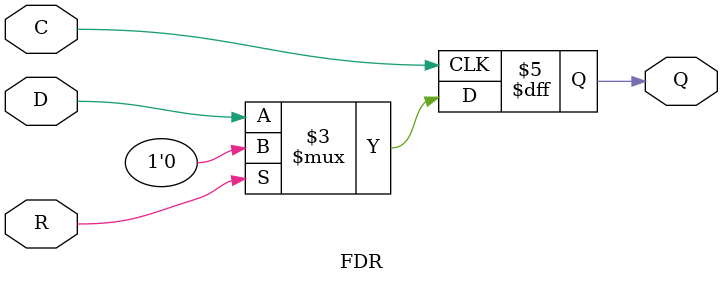
<source format=v>

/*

FUNCTION    : D-FLIP-FLOP with sync reset

*/

`celldefine
`timescale  100 ps / 10 ps

module FDR (Q, C, D, R);

    parameter INIT = 1'b0;

    output Q;
    reg    Q;

    input  C, D, R;

    always @(posedge C)
        if (R)
        Q <= 0;
        else
        Q <= D;

endmodule

</source>
